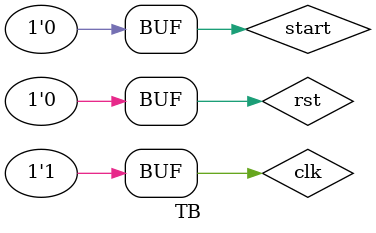
<source format=v>
module TB();
  reg clk,rst=0,start;
  cpu UUT(.clk(clk), .rst(rst), .start(start));
  initial begin
    #100
    rst=1;
    #100
    rst=0;
    #100
    start=1;
    #100
    start=0;
    #100
    clk=1;
  end
  initial begin
    repeat(50) #100 clk=~clk;
  end
endmodule

</source>
